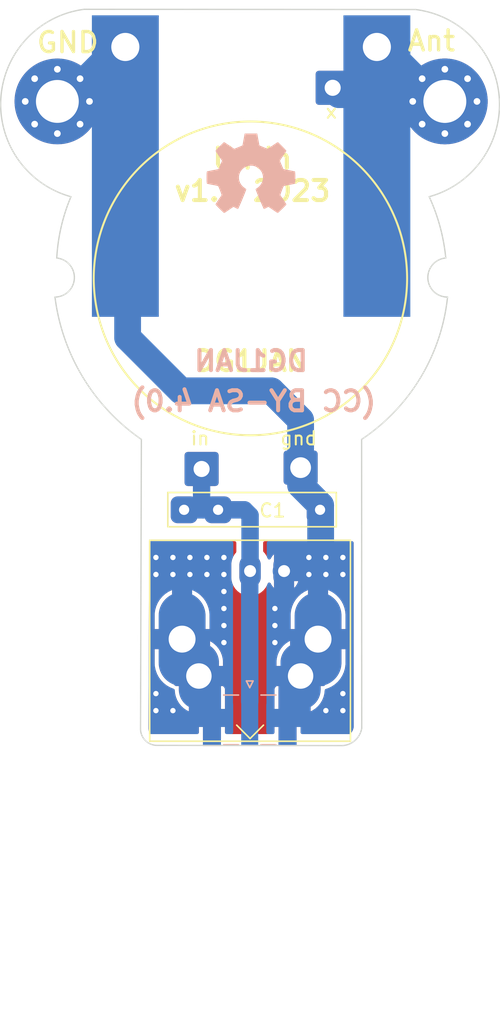
<source format=kicad_pcb>
(kicad_pcb (version 20211014) (generator pcbnew)
  (layers (0 "F.Cu" signal) (31 "B.Cu" signal) (34 "B.Paste" user) (35 "F.Paste" user) (36 "B.SilkS" user "B.Silkscreen") (37 "F.SilkS" user "F.Silkscreen") (38 "B.Mask" user) (39 "F.Mask" user) (44 "Edge.Cuts" user))
  (net 0 "")
  (net 1 "Net-(C1-Pad1)")
  (net 2 "GND")
  (net 3 "Net-(H1-Pad1)")
  (footprint "UniBalunLibrary:FT82_Balun" (layer "F.Cu") (at 117.602 65.532)
    (fp_text reference "U2" hide)
    (fp_text value "Core" hide)
    (fp_text user "x" (at 5.9944 -12.446) (layer "F.SilkS"))
    (fp_text user "gnd" (at 3.556 11.938) (layer "F.SilkS"))
    (fp_text user "in" (at -3.81 11.938) (layer "F.SilkS"))
    (fp_circle (center -0.0508 0) (end -2.5908 11.43) (layer "F.SilkS") (width 0.15) (fill none))
    (pad "1" thru_hole roundrect (at 3.7 14.124) (size 2.55 2.55) (drill 1.55) (layers *.Cu *.Mask) (roundrect_rratio 0.09803882353) (net 2 "GND"))
    (pad "4" thru_hole roundrect (at -3.7 14.224) (size 2.55 2.55) (drill 1.2) (layers *.Cu *.Mask) (roundrect_rratio 0.09803882353) (net 1 "Net-(C1-Pad1)"))
    (pad "5" thru_hole roundrect (at 6.096 -14.224) (size 2.55 2.55) (drill 1.2) (layers *.Cu *.Mask) (roundrect_rratio 0.09803882353) (net 3 "Net-(H1-Pad1)"))
  )
  (footprint "Connector_Wire:SolderWire-1.5sqmm_1x01_D1.7mm_OD3.9mm" (layer "F.Cu") (at 108.204 48.26)
    (fp_text reference "J5" hide)
    (fp_text value "A_THT_Pad")
    (pad "1" thru_hole roundrect (at 0 0) (size 3.9 3.9) (drill 2.1) (layers *.Cu *.Mask) (roundrect_rratio 0.06410307692) (net 2 "GND"))
  )
  (footprint "Connector_Coaxial:BNC_Amphenol_B6252HB-NPP3G-50_Horizontal" (layer "F.Cu") (at 117.525 87.375 180)
    (fp_text reference "J1" hide)
    (fp_text value "BNC" hide)
    (fp_line (start -7.5 2.3) (end -7.5 -12.7) (layer "F.SilkS") (width 0.12))
    (fp_line (start 7.5 2.3) (end -7.5 2.3) (layer "F.SilkS") (width 0.12))
    (fp_line (start 0 -12.5) (end 1 -11.5) (layer "F.SilkS") (width 0.12))
    (fp_line (start 7.5 -12.7) (end 7.5 2.3) (layer "F.SilkS") (width 0.12))
    (fp_line (start 0 -12.5) (end -1 -11.5) (layer "F.SilkS") (width 0.12))
    (fp_line (start -7.5 -12.7) (end 7.5 -12.7) (layer "F.SilkS") (width 0.12))
    (pad "1" thru_hole oval (at 0 0 180) (size 1.6 2.5) (drill 0.89) (layers *.Cu *.Mask) (net 1 "Net-(C1-Pad1)"))
    (pad "2" thru_hole oval (at -5.08 -5.08 180) (size 3.5 7) (drill 2.01) (layers *.Cu *.Mask) (net 2 "GND"))
    (pad "2" thru_hole oval (at -2.54 0 180) (size 1.6 2.5) (drill 0.89) (layers *.Cu *.Mask) (net 2 "GND"))
    (pad "2" thru_hole oval (at 5.08 -5.08 180) (size 3.5 7) (drill 2.01) (layers *.Cu *.Mask) (net 2 "GND"))
  )
  (footprint "MountingHole:MountingHole_4.5mm" (layer "F.Cu") (at 117.6782 49.53)
    (fp_text reference "H5" hide)
    (fp_text value "MountingHole" hide)
    (pad "" np_thru_hole circle (at 0 0) (size 4.5 4.5) (drill 4.5) (layers *.Cu *.Mask))
  )
  (footprint "Connector_Wire:SolderWire-1.5sqmm_1x01_D1.7mm_OD3.9mm" (layer "F.Cu") (at 127 48.26)
    (fp_text reference "J3" hide)
    (fp_text value "B_THT_Pad")
    (pad "1" thru_hole roundrect (at 0 0) (size 3.9 3.9) (drill 2.1) (layers *.Cu *.Mask) (roundrect_rratio 0.06410307692) (net 3 "Net-(H1-Pad1)"))
  )
  (footprint "MountingHole:MountingHole_4.5mm" (layer "F.Cu") (at 117.602 65.532)
    (fp_text reference "H5" hide)
    (fp_text value "MountingHole" hide)
    (pad "" np_thru_hole circle (at 0 0) (size 4 4) (drill 4.5) (layers F&B.Cu *.Mask))
  )
  (footprint "MountingHole:MountingHole_3.2mm_M3_Pad_Via" (layer "F.Cu") (at 132.08 52.324)
    (fp_text reference "REF**" hide)
    (fp_text value "MountingHole_3.2mm_M3_Pad_Via" hide)
    (pad "1" thru_hole circle (at 0 -2.4) (size 0.8 0.8) (drill 0.5) (layers *.Cu *.Mask))
    (pad "1" thru_hole circle (at 0 0) (size 6.4 6.4) (drill 3.2) (layers *.Cu *.Mask))
    (pad "1" thru_hole circle (at 0 2.4) (size 0.8 0.8) (drill 0.5) (layers *.Cu *.Mask))
    (pad "1" thru_hole circle (at 1.697056 -1.697056) (size 0.8 0.8) (drill 0.5) (layers *.Cu *.Mask))
    (pad "1" thru_hole circle (at -2.4 0) (size 0.8 0.8) (drill 0.5) (layers *.Cu *.Mask))
    (pad "1" thru_hole circle (at -1.697056 1.697056) (size 0.8 0.8) (drill 0.5) (layers *.Cu *.Mask))
    (pad "1" thru_hole circle (at -1.697056 -1.697056) (size 0.8 0.8) (drill 0.5) (layers *.Cu *.Mask))
    (pad "1" thru_hole circle (at 2.4 0) (size 0.8 0.8) (drill 0.5) (layers *.Cu *.Mask))
    (pad "1" thru_hole circle (at 1.697056 1.697056) (size 0.8 0.8) (drill 0.5) (layers *.Cu *.Mask))
  )
  (footprint "MountingHole:MountingHole_3.2mm_M3_Pad_Via" (layer "F.Cu") (at 103.124 52.324)
    (fp_text reference "REF**" hide)
    (fp_text value "MountingHole_3.2mm_M3_Pad_Via" hide)
    (pad "1" thru_hole circle (at 0 -2.4) (size 0.8 0.8) (drill 0.5) (layers *.Cu *.Mask))
    (pad "1" thru_hole circle (at -2.4 0) (size 0.8 0.8) (drill 0.5) (layers *.Cu *.Mask))
    (pad "1" thru_hole circle (at 0 2.4) (size 0.8 0.8) (drill 0.5) (layers *.Cu *.Mask))
    (pad "1" thru_hole circle (at 0 0) (size 6.4 6.4) (drill 3.2) (layers *.Cu *.Mask) (net 2 "GND"))
    (pad "1" thru_hole circle (at 2.4 0) (size 0.8 0.8) (drill 0.5) (layers *.Cu *.Mask))
    (pad "1" thru_hole circle (at 1.697056 -1.697056) (size 0.8 0.8) (drill 0.5) (layers *.Cu *.Mask))
    (pad "1" thru_hole circle (at 1.697056 1.697056) (size 0.8 0.8) (drill 0.5) (layers *.Cu *.Mask))
    (pad "1" thru_hole circle (at -1.697056 -1.697056) (size 0.8 0.8) (drill 0.5) (layers *.Cu *.Mask))
    (pad "1" thru_hole circle (at -1.697056 1.697056) (size 0.8 0.8) (drill 0.5) (layers *.Cu *.Mask))
  )
  (footprint "MOLEX_BNC:MOLEX_0731713150" (layer "F.Cu") (at 117.5 87.4075)
    (fp_text reference "REF**" hide)
    (fp_text value "MOLEX_0731713150_BNC" hide)
    (pad "2" thru_hole oval (at 3.8 7.8) (size 3 5) (drill 1.9) (layers *.Cu *.Mask) (net 2 "GND"))
    (pad "2" thru_hole oval (at -3.8 7.8) (size 3 5) (drill 1.9) (layers *.Cu *.Mask) (net 2 "GND"))
  )
  (footprint "UniBalunLibrary:THT_cap" (layer "F.Cu") (at 117.675 82.804)
    (fp_text reference "C1" (at 1.524 0.0508 unlocked) (layer "F.SilkS"))
    (fp_text value "100pF" hide)
    (fp_rect (start -6.296 -1.2922) (end 6.2944 1.2652) (layer "F.SilkS") (width 0.12) (fill none))
    (pad "1" thru_hole roundrect (at -2.54 0) (size 2 2) (drill 0.762) (layers *.Cu *.Mask) (net 1 "Net-(C1-Pad1)"))
    (pad "1" thru_hole roundrect (at -5.08 0) (size 2 2) (drill 0.762) (layers *.Cu *.Mask) (net 1 "Net-(C1-Pad1)"))
    (pad "2" thru_hole roundrect (at 5.08 0) (size 2 2) (drill 0.762) (layers *.Cu *.Mask) (net 2 "GND"))
  )
  (footprint "MountingHole:MountingHole_3.2mm_M3_Pad" (layer "F.Cu") (at 132.08 52.324)
    (fp_text reference "H1" hide)
    (fp_text value "B" hide)
    (pad "1" thru_hole circle (at 0 0) (size 6.4 6.4) (drill 3.2) (layers *.Cu *.Mask) (net 3 "Net-(H1-Pad1)"))
  )
  (footprint "UniBalunLibrary:4mmJack" (layer "B.Cu") (at 127.254 56.896 90)
    (fp_text reference "J4" hide)
    (fp_text value "B_SMD_PAD" hide)
    (pad "1" smd rect (at -0.254 -0.254 90) (size 22.5 5) (layers "B.Cu" "B.Mask") (net 3 "Net-(H1-Pad1)"))
  )
  (footprint "Symbol:OSHW-Symbol_6.7x6mm_SilkScreen" (layer "B.Cu") (at 117.6 57.7 180)
    (fp_text reference "REF**" hide)
    (fp_text value "OSHW-Symbol_6.7x6mm_SilkScreen" hide)
    (fp_poly (pts (xy 0.555814 2.531069) (xy 0.639635 2.086445) (xy 0.94892 1.958947) (xy 1.258206 1.831449) (xy 1.629246 2.083754) (xy 1.733157 2.154004) (xy 1.827087 2.216728) (xy 1.906652 2.269062) (xy 1.96747 2.308143) (xy 2.005157 2.331107) (xy 2.015421 2.336058) (xy 2.03391 2.323324) (xy 2.07342 2.288118) (xy 2.129522 2.234938) (xy 2.197787 2.168282) (xy 2.273786 2.092646) (xy 2.353092 2.012528) (xy 2.431275 1.932426) (xy 2.503907 1.856836) (xy 2.566559 1.790255) (xy 2.614803 1.737182) (xy 2.64421 1.702113) (xy 2.651241 1.690377) (xy 2.641123 1.66874) (xy 2.612759 1.621338) (xy 2.569129 1.552807) (xy 2.513218 1.467785) (xy 2.448006 1.370907) (xy 2.410219 1.31565) (xy 2.341343 1.214752) (xy 2.28014 1.123701) (xy 2.229578 1.04703) (xy 2.192628 0.989272) (xy 2.172258 0.954957) (xy 2.169197 0.947746) (xy 2.176136 0.927252) (xy 2.195051 0.879487) (xy 2.223087 0.811168) (xy 2.257391 0.729011) (xy 2.295109 0.63973) (xy 2.333387 0.550042) (xy 2.36937 0.466662) (xy 2.400206 0.396306) (xy 2.423039 0.34569) (xy 2.435017 0.321529) (xy 2.435724 0.320578) (xy 2.454531 0.315964) (xy 2.504618 0.305672) (xy 2.580793 0.290713) (xy 2.677865 0.272099) (xy 2.790643 0.250841) (xy 2.856442 0.238582) (xy 2.97695 0.215638) (xy 3.085797 0.193805) (xy 3.177476 0.174278) (xy 3.246481 0.158252) (xy 3.287304 0.146921) (xy 3.295511 0.143326) (xy 3.303548 0.118994) (xy 3.310033 0.064041) (xy 3.31497 -0.015108) (xy 3.318364 -0.112026) (xy 3.320218 -0.220287) (xy 3.320538 -0.333465) (xy 3.319327 -0.445135) (xy 3.31659 -0.548868) (xy 3.312331 -0.638241) (xy 3.306555 -0.706826) (xy 3.299267 -0.748197) (xy 3.294895 -0.75681) (xy 3.268764 -0.767133) (xy 3.213393 -0.781892) (xy 3.136107 -0.799352) (xy 3.04423 -0.81778) (xy 3.012158 -0.823741) (xy 2.857524 -0.852066) (xy 2.735375 -0.874876) (xy 2.641673 -0.89308) (xy 2.572384 -0.907583) (xy 2.523471 -0.919292) (xy 2.490897 -0.929115) (xy 2.470628 -0.937956) (xy 2.458626 -0.946724) (xy 2.456947 -0.948457) (xy 2.440184 -0.976371) (xy 2.414614 -1.030695) (xy 2.382788 -1.104777) (xy 2.34726 -1.191965) (xy 2.310583 -1.285608) (xy 2.275311 -1.379052) (xy 2.243996 -1.465647) (xy 2.219193 -1.53874) (xy 2.203454 -1.591678) (xy 2.199332 -1.617811) (xy 2.199676 -1.618726) (xy 2.213641 -1.640086) (xy 2.245322 -1.687084) (xy 2.291391 -1.754827) (xy 2.348518 -1.838423) (xy 2.413373 -1.932982) (xy 2.431843 -1.959854) (xy 2.497699 -2.057275) (xy 2.55565 -2.146163) (xy 2.602538 -2.221412) (xy 2.635207 -2.27792) (xy 2.6505 -2.310581) (xy 2.651241 -2.314593) (xy 2.638392 -2.335684) (xy 2.602888 -2.377464) (xy 2.549293 -2.435445) (xy 2.482171 -2.505135) (xy 2.406087 -2.582045) (xy 2.325604 -2.661683) (xy 2.245287 -2.739561) (xy 2.169699 -2.811186) (xy 2.103405 -2.87207) (xy 2.050969 -2.917721) (xy 2.016955 -2.94365) (xy 2.007545 -2.947883) (xy 1.985643 -2.937912) (xy 1.9408 -2.91102) (xy 1.880321 -2.871736) (xy 1.833789 -2.840117) (xy 1.749475 -2.782098) (xy 1.649626 -2.713784) (xy 1.549473 -2.645579) (xy 1.495627 -2.609075) (xy 1.313371 -2.4858) (xy 1.160381 -2.56852) (xy 1.090682 -2.604759) (xy 1.031414 -2.632926) (xy 0.991311 -2.648991) (xy 0.981103 -2.651226) (xy 0.968829 -2.634722) (xy 0.944613 -2.588082) (xy 0.910263 -2.515609) (xy 0.867588 -2.421606) (xy 0.818394 -2.310374) (xy 0.76449 -2.186215) (xy 0.707684 -2.053432) (xy 0.649782 -1.916327) (xy 0.592593 -1.779202) (xy 0.537924 -1.646358) (xy 0.487584 -1.522098) (xy 0.44338 -1.410725) (xy 0.407119 -1.316539) (xy 0.380609 -1.243844) (xy 0.365658 -1.196941) (xy 0.363254 -1.180833) (xy 0.382311 -1.160286) (xy 0.424036 -1.126933) (xy 0.479706 -1.087702) (xy 0.484378 -1.084599) (xy 0.628264 -0.969423) (xy 0.744283 -0.835053) (xy 0.83143 -0.685784) (xy 0.888699 -0.525913) (xy 0.915086 -0.359737) (xy 0.909585 -0.191552) (xy 0.87119 -0.025655) (xy 0.798895 0.133658) (xy 0.777626 0.168513) (xy 0.666996 0.309263) (xy 0.536302 0.422286) (xy 0.390064 0.506997) (xy 0.232808 0.562806) (xy 0.069057 0.589126) (xy -0.096667 0.58537) (xy -0.259838 0.55095) (xy -0.415935 0.485277) (xy -0.560433 0.387765) (xy -0.605131 0.348187) (xy -0.718888 0.224297) (xy -0.801782 0.093876) (xy -0.858644 -0.052315) (xy -0.890313 -0.197088) (xy -0.898131 -0.35986) (xy -0.872062 -0.52344) (xy -0.814755 -0.682298) (xy -0.728856 -0.830906) (xy -0.617014 -0.963735) (xy -0.481877 -1.075256) (xy -0.464117 -1.087011) (xy -0.40785 -1.125508) (xy -0.365077 -1.158863) (xy -0.344628 -1.18016) (xy -0.344331 -1.180833) (xy -0.348721 -1.203871) (xy -0.366124 -1.256157) (xy -0.394732 -1.33339) (xy -0.432735 -1.431268) (xy -0.478326 -1.545491) (xy -0.529697 -1.671758) (xy -0.585038 -1.805767) (xy -0.642542 -1.943218) (xy -0.700399 -2.079808) (xy -0.756802 -2.211237) (xy -0.809942 -2.333205) (xy -0.85801 -2.441409) (xy -0.899199 -2.531549) (xy -0.931699 -2.599323) (xy -0.953703 -2.64043) (xy -0.962564 -2.651226) (xy -0.98964 -2.642819) (xy -1.040303 -2.620272) (xy -1.105817 -2.587613) (xy -1.141841 -2.56852) (xy -1.294832 -2.4858) (xy -1.477088 -2.609075) (xy -1.570125 -2.672228) (xy -1.671985 -2.741727) (xy -1.767438 -2.807165) (xy -1.81525 -2.840117) (xy -1.882495 -2.885273) (xy -1.939436 -2.921057) (xy -1.978646 -2.942938) (xy -1.991381 -2.947563) (xy -2.009917 -2.935085) (xy -2.050941 -2.900252) (xy -2.110475 -2.846678) (xy -2.184542 -2.777983) (xy -2.269165 -2.697781) (xy -2.322685 -2.646286) (xy -2.416319 -2.554286) (xy -2.497241 -2.471999) (xy -2.562177 -2.402945) (xy -2.607858 -2.350644) (xy -2.631011 -2.318616) (xy -2.633232 -2.312116) (xy -2.622924 -2.287394) (xy -2.594439 -2.237405) (xy -2.550937 -2.167212) (xy -2.495577 -2.081875) (xy -2.43152 -1.986456) (xy -2.413303 -1.959854) (xy -2.346927 -1.863167) (xy -2.287378 -1.776117) (xy -2.237984 -1.703595) (xy -2.202075 -1.650493) (xy -2.182981 -1.621703) (xy -2.181136 -1.618726) (xy -2.183895 -1.595782) (xy -2.198538 -1.545336) (xy -2.222513 -1.474041) (xy -2.253266 -1.388547) (xy -2.288244 -1.295507) (xy -2.324893 -1.201574) (xy -2.360661 -1.113399) (xy -2.392994 -1.037634) (xy -2.419338 -0.980931) (xy -2.437142 -0.949943) (xy -2.438407 -0.948457) (xy -2.449294 -0.939601) (xy -2.467682 -0.930843) (xy -2.497606 -0.921277) (xy -2.543103 -0.909996) (xy -2.608209 -0.896093) (xy -2.696961 -0.878663) (xy -2.813393 -0.856798) (xy -2.961542 -0.829591) (xy -2.993618 -0.823741) (xy -3.088686 -0.805374) (xy -3.171565 -0.787405) (xy -3.23493 -0.771569) (xy -3.271458 -0.7596) (xy -3.276356 -0.75681) (xy -3.284427 -0.732072) (xy -3.290987 -0.67679) (xy -3.296033 -0.597389) (xy -3.299559 -0.500296) (xy -3.301561 -0.391938) (xy -3.302036 -0.27874) (xy -3.300977 -0.167128) (xy -3.298382 -0.063529) (xy -3.294246 0.025632) (xy -3.288563 0.093928) (xy -3.281331 0.134934) (xy -3.276971 0.143326) (xy -3.252698 0.151792) (xy -3.197426 0.165565) (xy -3.116662 0.18345) (xy -3.015912 0.204252) (xy -2.900683 0.226777) (xy -2.837902 0.238582) (xy -2.718787 0.260849) (xy -2.612565 0.281021) (xy -2.524427 0.298085) (xy -2.459566 0.311031) (xy -2.423174 0.318845) (xy -2.417184 0.320578) (xy -2.407061 0.34011) (xy -2.385662 0.387157) (xy -2.355839 0.454997) (xy -2.320445 0.536909) (xy -2.282332 0.626172) (xy -2.244353 0.716065) (xy -2.20936 0.799865) (xy -2.180206 0.870853) (xy -2.159743 0.922306) (xy -2.150823 0.947503) (xy -2.150657 0.948604) (xy -2.160769 0.968481) (xy -2.189117 1.014223) (xy -2.232723 1.081283) (xy -2.288606 1.165116) (xy -2.353787 1.261174) (xy -2.391679 1.31635) (xy -2.460725 1.417519) (xy -2.52205 1.50937) (xy -2.572663 1.587256) (xy -2.609571 1.646531) (xy -2.629782 1.682549) (xy -2.632701 1.690623) (xy -2.620153 1.709416) (xy -2.585463 1.749543) (xy -2.533063 1.806507) (xy -2.467384 1.875815) (xy -2.392856 1.952969) (xy -2.313913 2.033475) (xy -2.234983 2.112837) (xy -2.1605 2.18656) (xy -2.094894 2.250148) (xy -2.042596 2.299106) (xy -2.008039 2.328939) (xy -1.996478 2.336058) (xy -1.977654 2.326047) (xy -1.932631 2.297922) (xy -1.865787 2.254546) (xy -1.781499 2.198782) (xy -1.684144 2.133494) (xy -1.610707 2.083754) (xy -1.239667 1.831449) (xy -0.621095 2.086445) (xy -0.537275 2.531069) (xy -0.453454 2.975693) (xy 0.471994 2.975693) (xy 0.555814 2.531069)) (layer "B.SilkS") (width 0.01) (fill solid))
  )
  (footprint "Connector_Coaxial:SMA_Samtec_SMA-J-P-X-ST-EM1_EdgeMount" (layer "B.Cu") (at 117.5 98.3375 180)
    (fp_text reference "REF**" hide)
    (fp_text value "SMA_Samtec_SMA-J-P-X-ST-EM1_EdgeMount" hide)
    (fp_line (start -1.95 1.71) (end -0.84 1.71) (layer "B.SilkS") (width 0.12))
    (fp_line (start 0.25 2.76) (end -0.25 2.76) (layer "B.SilkS") (width 0.12))
    (fp_line (start 0.84 -2) (end 1.95 -2) (layer "B.SilkS") (width 0.12))
    (fp_line (start 0.84 1.71) (end 1.95 1.71) (layer "B.SilkS") (width 0.12))
    (fp_line (start 0 2.26) (end 0.25 2.76) (layer "B.SilkS") (width 0.12))
    (fp_line (start -1.95 -2) (end -0.84 -2) (layer "B.SilkS") (width 0.12))
    (fp_line (start -0.25 2.76) (end 0 2.26) (layer "B.SilkS") (width 0.12))
    (pad "1" smd rect (at 0 -0.2 180) (size 1.27 3.6) (layers "B.Cu" "B.Paste" "B.Mask") (net 1 "Net-(C1-Pad1)"))
    (pad "2" smd rect (at -2.825 0 180) (size 1.35 4.2) (layers "F.Cu" "F.Paste" "F.Mask") (net 2 "GND"))
    (pad "2" smd rect (at 2.825 0 180) (size 1.35 4.2) (layers "B.Cu" "B.Paste" "B.Mask") (net 2 "GND"))
    (pad "2" smd rect (at 2.825 0 180) (size 1.35 4.2) (layers "F.Cu" "F.Paste" "F.Mask") (net 2 "GND"))
    (pad "2" smd rect (at -2.825 0 180) (size 1.35 4.2) (layers "B.Cu" "B.Paste" "B.Mask") (net 2 "GND"))
  )
  (footprint "UniBalunLibrary:4mmJack" (layer "B.Cu") (at 108.458 56.896 90)
    (fp_text reference "J6" hide)
    (fp_text value "A_SMD_PAD" hide)
    (pad "1" smd rect (at -0.254 -0.254 90) (size 22.5 5) (layers "B.Cu" "B.Mask") (net 2 "GND"))
  )
  (gr_line (start 125.86995 99.1) (end 125.861231 77.548862) (layer "Edge.Cuts") (width 0.1))
  (gr_arc (start 110.547572 100.383974) (mid 109.707572 100.029259) (end 109.338428 99.195499) (layer "Edge.Cuts") (width 0.1))
  (gr_arc (start 109.402031 77.548862) (mid 105.04112 72.92614) (end 102.945817 66.926406) (layer "Edge.Cuts") (width 0.1))
  (gr_arc (start 132.281854 66.925327) (mid 130.254542 72.952072) (end 125.861231 77.548862) (layer "Edge.Cuts") (width 0.1))
  (gr_arc (start 103.078577 64.011716) (mid 104.394 65.532) (end 102.945817 66.926406) (layer "Edge.Cuts") (width 0.1))
  (gr_line (start 109.338428 99.195499) (end 109.402031 77.548862) (layer "Edge.Cuts") (width 0.1))
  (gr_arc (start 103.078577 64.011716) (mid 103.410896 61.677837) (end 104.14 59.436) (layer "Edge.Cuts") (width 0.1))
  (gr_arc (start 130.910075 59.436) (mid 131.721418 61.671361) (end 132.149094 64.010637) (layer "Edge.Cuts") (width 0.1))
  (gr_arc (start 129.894075 45.466) (mid 136.144 52.033405) (end 130.910075 59.436) (layer "Edge.Cuts") (width 0.1))
  (gr_arc (start 125.86995 99.1) (mid 125.387586 99.996863) (end 124.452429 100.4) (layer "Edge.Cuts") (width 0.1))
  (gr_arc (start 132.281854 66.925327) (mid 130.81 65.532) (end 132.149094 64.010637) (layer "Edge.Cuts") (width 0.1))
  (gr_line (start 110.547572 100.383974) (end 124.452429 100.4) (layer "Edge.Cuts") (width 0.1))
  (gr_line (start 105.125 45.45) (end 129.894075 45.466) (layer "Edge.Cuts") (width 0.1))
  (gr_arc (start 104.14 59.436) (mid 98.905591 52.039668) (end 105.125 45.45) (layer "Edge.Cuts") (width 0.1))
  (gr_text "DG1JAN" (at 117.6 71.7) (layer "B.SilkS") (effects (font (size 1.5 1.5) (thickness 0.3)) (justify mirror)))
  (gr_text "(CC BY-SA 4.0)" (at 117.8 74.7) (layer "B.SilkS") (effects (font (size 1.5 1.5) (thickness 0.3)) (justify mirror)))
  (gr_text "Ant" (at 131.075 47.8) (layer "F.SilkS") (effects (font (size 1.5 1.5) (thickness 0.25))))
  (gr_text "UnUn\nv1.2 2023" (at 117.7 57.8) (layer "F.SilkS") (effects (font (size 1.5 1.5) (thickness 0.3))))
  (gr_text "DG1JAN" (at 117.6 71.7) (layer "F.SilkS") (effects (font (size 1.5 1.5) (thickness 0.3))))
  (gr_text "GND" (at 103.9 47.925) (layer "F.SilkS") (effects (font (size 1.5 1.5) (thickness 0.25))))
  (segment (start 114.004 82.804) (end 112.595 82.804) (width 1.3) (layer "B.Cu") (net 1))
  (segment (start 113.902 79.756) (end 113.902 82.702) (width 1.3) (layer "B.Cu") (net 1))
  (segment (start 117.104 82.804) (end 117.525 83.225) (width 1.3) (layer "B.Cu") (net 1))
  (segment (start 113.902 82.702) (end 114.004 82.804) (width 1.3) (layer "B.Cu") (net 1))
  (segment (start 117.5 97.1375) (end 117.5 87.4) (width 1.3) (layer "B.Cu") (net 1))
  (segment (start 117.5 87.4) (end 117.525 87.375) (width 0.25) (layer "B.Cu") (net 1))
  (segment (start 115.135 82.804) (end 114.004 82.804) (width 1.3) (layer "B.Cu") (net 1))
  (segment (start 115.135 82.804) (end 117.104 82.804) (width 1.3) (layer "B.Cu") (net 1))
  (segment (start 117.525 83.225) (end 117.525 87.375) (width 1.3) (layer "B.Cu") (net 1))
  (segment (start 112.699 92.201) (end 112.445 92.455) (width 1) (layer "F.Cu") (net 2))
  (via (at 114.3 87.63) (size 0.8) (drill 0.4) (layers "F.Cu" "B.Cu") (net 2))
  (via (at 110.49 86.36) (size 0.8) (drill 0.4) (layers "F.Cu" "B.Cu") (net 2))
  (via (at 123.19 97.79) (size 0.8) (drill 0.4) (layers "F.Cu" "B.Cu") (net 2))
  (via (at 119.38 91.44) (size 0.8) (drill 0.4) (layers "F.Cu" "B.Cu") (net 2))
  (via (at 111.76 97.79) (size 0.8) (drill 0.4) (layers "F.Cu" "B.Cu") (net 2))
  (via (at 110.49 97.79) (size 0.8) (drill 0.4) (layers "F.Cu" "B.Cu") (net 2))
  (via (at 124.46 86.36) (size 0.8) (drill 0.4) (layers "F.Cu" "B.Cu") (net 2))
  (via (at 115.57 88.9) (size 0.8) (drill 0.4) (layers "F.Cu" "B.Cu") (net 2))
  (via (at 110.49 87.63) (size 0.8) (drill 0.4) (layers "F.Cu" "B.Cu") (net 2))
  (via (at 119.38 92.71) (size 0.8) (drill 0.4) (layers "F.Cu" "B.Cu") (net 2))
  (via (at 124.46 87.63) (size 0.8) (drill 0.4) (layers "F.Cu" "B.Cu") (net 2))
  (via (at 110.49 96.52) (size 0.8) (drill 0.4) (layers "F.Cu" "B.Cu") (net 2))
  (via (at 115.57 90.17) (size 0.8) (drill 0.4) (layers "F.Cu" "B.Cu") (net 2))
  (via (at 115.57 92.71) (size 0.8) (drill 0.4) (layers "F.Cu" "B.Cu") (net 2))
  (via (at 123.19 86.36) (size 0.8) (drill 0.4) (layers "F.Cu" "B.Cu") (net 2))
  (via (at 113.03 87.63) (size 0.8) (drill 0.4) (layers "F.Cu" "B.Cu") (net 2))
  (via (at 111.76 87.63) (size 0.8) (drill 0.4) (layers "F.Cu" "B.Cu") (net 2))
  (via (at 121.92 87.63) (size 0.8) (drill 0.4) (layers "F.Cu" "B.Cu") (net 2))
  (via (at 115.57 86.36) (size 0.8) (drill 0.4) (layers "F.Cu" "B.Cu") (net 2))
  (via (at 114.3 86.36) (size 0.8) (drill 0.4) (layers "F.Cu" "B.Cu") (net 2))
  (via (at 124.46 97.79) (size 0.8) (drill 0.4) (layers "F.Cu" "B.Cu") (net 2))
  (via (at 115.57 87.63) (size 0.8) (drill 0.4) (layers "F.Cu" "B.Cu") (net 2))
  (via (at 119.38 90.17) (size 0.8) (drill 0.4) (layers "F.Cu" "B.Cu") (net 2))
  (via (at 115.57 91.44) (size 0.8) (drill 0.4) (layers "F.Cu" "B.Cu") (net 2))
  (via (at 113.03 86.36) (size 0.8) (drill 0.4) (layers "F.Cu" "B.Cu") (net 2))
  (via (at 121.92 86.36) (size 0.8) (drill 0.4) (layers "F.Cu" "B.Cu") (net 2))
  (via (at 111.76 86.36) (size 0.8) (drill 0.4) (layers "F.Cu" "B.Cu") (net 2))
  (via (at 123.19 87.63) (size 0.8) (drill 0.4) (layers "F.Cu" "B.Cu") (net 2))
  (via (at 124.46 96.52) (size 0.8) (drill 0.4) (layers "F.Cu" "B.Cu") (net 2))
  (segment (start 107.188 48.26) (end 103.124 52.324) (width 1.3) (layer "B.Cu") (net 2))
  (segment (start 108.204 48.26) (end 108.204 57.15) (width 1.3) (layer "B.Cu") (net 2))
  (segment (start 108.375 69.95) (end 108.375 60.225) (width 2) (layer "B.Cu") (net 2))
  (segment (start 112.35 73.925) (end 108.375 69.95) (width 2) (layer "B.Cu") (net 2))
  (segment (start 108.204 48.26) (end 107.188 48.26) (width 1.3) (layer "B.Cu") (net 2))
  (segment (start 122.8 86.5) (end 122.8 82.47) (width 2) (layer "B.Cu") (net 2))
  (segment (start 108.204 57.15) (end 108.204 66.929) (width 1.3) (layer "B.Cu") (net 2))
  (segment (start 121.275 79.05) (end 121.675 79.05) (width 1.3) (layer "B.Cu") (net 2))
  (segment (start 122.8 86.5) (end 120.94 86.5) (width 1.7) (layer "B.Cu") (net 2))
  (segment (start 121 78.775) (end 121.275 79.05) (width 1.3) (layer "B.Cu") (net 2))
  (segment (start 121.302 80.972) (end 121.302 76.102) (width 2) (layer "B.Cu") (net 2))
  (segment (start 108.375 60.225) (end 108.65 59.95) (width 1.3) (layer "B.Cu") (net 2))
  (segment (start 120.94 86.5) (end 120.065 87.375) (width 1.7) (layer "B.Cu") (net 2))
  (segment (start 119.125 73.925) (end 112.35 73.925) (width 2) (layer "B.Cu") (net 2))
  (segment (start 122.8 82.47) (end 121.302 80.972) (width 2) (layer "B.Cu") (net 2))
  (segment (start 121.302 76.102) (end 119.125 73.925) (width 2) (layer "B.Cu") (net 2))
  (segment (start 127 51.816) (end 124.1552 51.816) (width 2) (layer "B.Cu") (net 3))
  (segment (start 127 48.26) (end 128.016 48.26) (width 1.3) (layer "B.Cu") (net 3))
  (segment (start 127 51.816) (end 127 57.15) (width 1) (layer "B.Cu") (net 3))
  (segment (start 124.1552 51.816) (end 123.5964 51.2572) (width 2) (layer "B.Cu") (net 3))
  (segment (start 127 57.15) (end 127 53.086) (width 1) (layer "B.Cu") (net 3))
  (segment (start 127 48.26) (end 127 53.086) (width 1.3) (layer "B.Cu") (net 3))
  (segment (start 127 66.929) (end 127 57.15) (width 1) (layer "B.Cu") (net 3))
  (segment (start 128.016 48.26) (end 132.08 52.324) (width 1.3) (layer "B.Cu") (net 3))
  (segment (start 125.5268 55.6768) (end 127 57.15) (width 1.3) (layer "B.Cu") (net 3))
  (zone (net 0) (net_name "") (layer "F.Cu") (connect_pads (clearance 0)) (min_thickness 0.254)
    (keepout (tracks allowed) (vias allowed) (pads allowed) (copperpour not_allowed) (footprints allowed))
    (fill (thermal_gap 0.508) (thermal_bridge_width 0.508))
    (polygon (pts (xy 118.5 87.9) (xy 116.5 87.9) (xy 116.5 85) (xy 118.5 85)))
  )
  (zone (net 2) (net_name "GND") (layers F&B.Cu) (connect_pads (clearance 0.6)) (min_thickness 0.254) (fill yes (thermal_gap 0.3) (thermal_bridge_width 1.5))
    (polygon (pts (xy 125.399 99.543) (xy 109.651 99.543) (xy 109.651 85.145) (xy 125.399 85.145)))
  )
)
</source>
